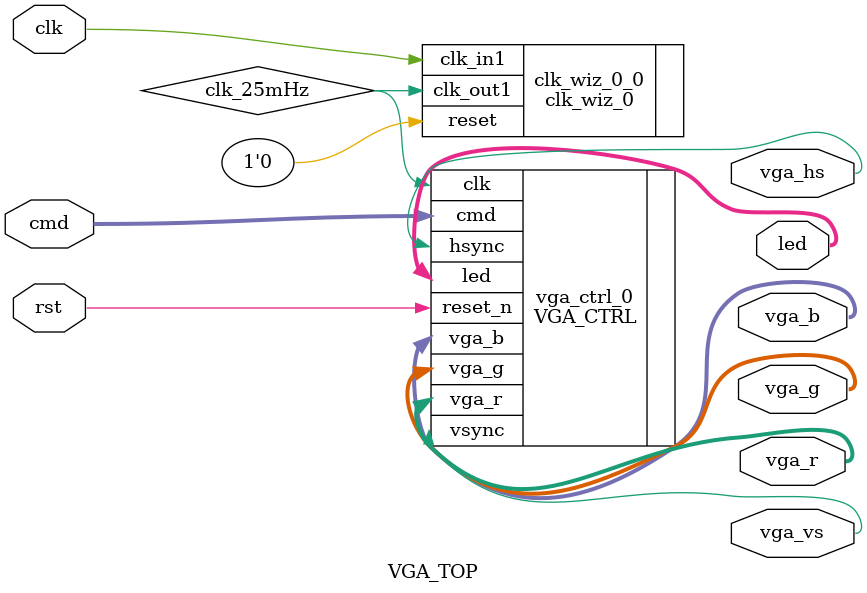
<source format=v>
module VGA_TOP(
	input clk,
	input rst,
    input [2:0] cmd,
	output vga_hs, 
	output vga_vs, 
	output [3:0] vga_r, 
	output [3:0] vga_g, 
	output [3:0] vga_b,
    output [2:0] led
);

wire clk_25mHz;
wire [9:0] hcount, vcount;

reg [18:0] addr;
wire [7:0] dout;


VGA_CTRL vga_ctrl_0(
	.clk(clk_25mHz), 
	.reset_n(rst),
    .cmd(cmd),
	.hsync(vga_hs), 
	.vsync(vga_vs), 
	.vga_r(vga_r), 
	.vga_g(vga_g), 
	.vga_b(vga_b),
    .led(led)
	);

clk_wiz_0 clk_wiz_0_0(
		.clk_in1(clk),
		.clk_out1(clk_25mHz),
		.reset(1'b0)
	);
endmodule
</source>
